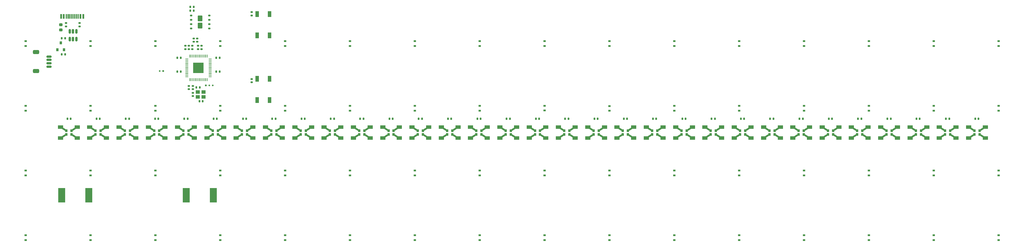
<source format=gbr>
%TF.GenerationSoftware,KiCad,Pcbnew,(6.0.0)*%
%TF.CreationDate,2022-05-21T11:05:54-04:00*%
%TF.ProjectId,HardLight,48617264-4c69-4676-9874-2e6b69636164,Mark 2 Rev F*%
%TF.SameCoordinates,Original*%
%TF.FileFunction,Paste,Bot*%
%TF.FilePolarity,Positive*%
%FSLAX46Y46*%
G04 Gerber Fmt 4.6, Leading zero omitted, Abs format (unit mm)*
G04 Created by KiCad (PCBNEW (6.0.0)) date 2022-05-21 11:05:54*
%MOMM*%
%LPD*%
G01*
G04 APERTURE LIST*
G04 Aperture macros list*
%AMRoundRect*
0 Rectangle with rounded corners*
0 $1 Rounding radius*
0 $2 $3 $4 $5 $6 $7 $8 $9 X,Y pos of 4 corners*
0 Add a 4 corners polygon primitive as box body*
4,1,4,$2,$3,$4,$5,$6,$7,$8,$9,$2,$3,0*
0 Add four circle primitives for the rounded corners*
1,1,$1+$1,$2,$3*
1,1,$1+$1,$4,$5*
1,1,$1+$1,$6,$7*
1,1,$1+$1,$8,$9*
0 Add four rect primitives between the rounded corners*
20,1,$1+$1,$2,$3,$4,$5,0*
20,1,$1+$1,$4,$5,$6,$7,0*
20,1,$1+$1,$6,$7,$8,$9,0*
20,1,$1+$1,$8,$9,$2,$3,0*%
%AMFreePoly0*
4,1,11,2.050000,0.700000,1.609078,0.700000,0.750000,0.169394,0.750000,-0.500000,-0.750000,-0.500000,-0.750000,0.500000,0.333781,0.500000,1.350000,1.127665,1.350000,1.400000,2.050000,1.400000,2.050000,0.700000,2.050000,0.700000,$1*%
%AMFreePoly1*
4,1,11,0.750000,-0.169394,1.609078,-0.700000,2.050000,-0.700000,2.050000,-1.400000,1.350000,-1.400000,1.350000,-1.127665,0.333781,-0.500000,-0.750000,-0.500000,-0.750000,0.500000,0.750000,0.500000,0.750000,-0.169394,0.750000,-0.169394,$1*%
%AMFreePoly2*
4,1,11,0.750000,-0.500000,-0.333780,-0.500000,-1.350000,-1.127665,-1.350000,-1.400000,-2.050000,-1.400000,-2.050000,-0.700000,-1.609076,-0.700000,-0.750000,-0.169394,-0.750000,0.500000,0.750000,0.500000,0.750000,-0.500000,0.750000,-0.500000,$1*%
%AMFreePoly3*
4,1,11,-1.350000,1.127665,-0.333780,0.500000,0.750000,0.500000,0.750000,-0.500000,-0.750000,-0.500000,-0.750000,0.169394,-1.609076,0.700000,-2.050000,0.700000,-2.050000,1.400000,-1.350000,1.400000,-1.350000,1.127665,-1.350000,1.127665,$1*%
G04 Aperture macros list end*
%ADD10RoundRect,0.147500X0.172500X-0.147500X0.172500X0.147500X-0.172500X0.147500X-0.172500X-0.147500X0*%
%ADD11RoundRect,0.147500X-0.172500X0.147500X-0.172500X-0.147500X0.172500X-0.147500X0.172500X0.147500X0*%
%ADD12RoundRect,0.147500X-0.147500X-0.172500X0.147500X-0.172500X0.147500X0.172500X-0.147500X0.172500X0*%
%ADD13RoundRect,0.250000X0.292217X0.292217X-0.292217X0.292217X-0.292217X-0.292217X0.292217X-0.292217X0*%
%ADD14RoundRect,0.050000X0.387500X0.050000X-0.387500X0.050000X-0.387500X-0.050000X0.387500X-0.050000X0*%
%ADD15RoundRect,0.050000X0.050000X0.387500X-0.050000X0.387500X-0.050000X-0.387500X0.050000X-0.387500X0*%
%ADD16R,3.050000X3.050000*%
%ADD17R,0.700000X0.600000*%
%ADD18RoundRect,0.218750X-0.256250X0.218750X-0.256250X-0.218750X0.256250X-0.218750X0.256250X0.218750X0*%
%ADD19R,0.800000X0.900000*%
%ADD20RoundRect,0.147500X0.147500X0.172500X-0.147500X0.172500X-0.147500X-0.172500X0.147500X-0.172500X0*%
%ADD21R,0.600000X1.450000*%
%ADD22R,0.300000X1.450000*%
%ADD23FreePoly0,180.000000*%
%ADD24FreePoly1,180.000000*%
%ADD25FreePoly2,180.000000*%
%ADD26FreePoly3,180.000000*%
%ADD27R,2.000000X4.200000*%
%ADD28RoundRect,0.150000X0.625000X-0.150000X0.625000X0.150000X-0.625000X0.150000X-0.625000X-0.150000X0*%
%ADD29RoundRect,0.250000X0.650000X-0.350000X0.650000X0.350000X-0.650000X0.350000X-0.650000X-0.350000X0*%
%ADD30RoundRect,0.250000X0.435000X0.615000X-0.435000X0.615000X-0.435000X-0.615000X0.435000X-0.615000X0*%
%ADD31RoundRect,0.125000X0.250000X0.125000X-0.250000X0.125000X-0.250000X-0.125000X0.250000X-0.125000X0*%
%ADD32R,1.100000X1.800000*%
%ADD33R,1.150000X1.000000*%
%ADD34RoundRect,0.150000X0.150000X-0.512500X0.150000X0.512500X-0.150000X0.512500X-0.150000X-0.512500X0*%
%ADD35RoundRect,0.125000X-0.125000X0.125000X-0.125000X-0.125000X0.125000X-0.125000X0.125000X0.125000X0*%
%ADD36C,0.500000*%
%ADD37RoundRect,0.125000X0.125000X-0.125000X0.125000X0.125000X-0.125000X0.125000X-0.125000X-0.125000X0*%
G04 APERTURE END LIST*
D10*
%TO.C,C1*%
X83693000Y-84940000D03*
X83693000Y-83970000D03*
%TD*%
D11*
%TO.C,C2*%
X84836000Y-95781000D03*
X84836000Y-96751000D03*
%TD*%
D12*
%TO.C,C3*%
X91717000Y-91567000D03*
X92687000Y-91567000D03*
%TD*%
%TO.C,C6*%
X91717000Y-87503000D03*
X92687000Y-87503000D03*
%TD*%
D10*
%TO.C,C8*%
X86360000Y-84940000D03*
X86360000Y-83970000D03*
%TD*%
D13*
%TO.C,U0*%
X87124500Y-91125000D03*
X85849500Y-89850000D03*
X87124500Y-89850000D03*
X85849500Y-91125000D03*
D14*
X89924500Y-87887500D03*
X89924500Y-88287500D03*
X89924500Y-88687500D03*
X89924500Y-89087500D03*
X89924500Y-89487500D03*
X89924500Y-89887500D03*
X89924500Y-90287500D03*
X89924500Y-90687500D03*
X89924500Y-91087500D03*
X89924500Y-91487500D03*
X89924500Y-91887500D03*
X89924500Y-92287500D03*
X89924500Y-92687500D03*
X89924500Y-93087500D03*
D15*
X89087000Y-93925000D03*
X88687000Y-93925000D03*
X88287000Y-93925000D03*
X87887000Y-93925000D03*
X87487000Y-93925000D03*
X87087000Y-93925000D03*
X86687000Y-93925000D03*
X86287000Y-93925000D03*
X85887000Y-93925000D03*
X85487000Y-93925000D03*
X85087000Y-93925000D03*
X84687000Y-93925000D03*
X84287000Y-93925000D03*
X83887000Y-93925000D03*
D14*
X83049500Y-93087500D03*
X83049500Y-92687500D03*
X83049500Y-92287500D03*
X83049500Y-91887500D03*
X83049500Y-91487500D03*
X83049500Y-91087500D03*
X83049500Y-90687500D03*
X83049500Y-90287500D03*
X83049500Y-89887500D03*
X83049500Y-89487500D03*
X83049500Y-89087500D03*
X83049500Y-88687500D03*
X83049500Y-88287500D03*
X83049500Y-87887500D03*
D15*
X83887000Y-87050000D03*
X84287000Y-87050000D03*
X84687000Y-87050000D03*
X85087000Y-87050000D03*
X85487000Y-87050000D03*
X85887000Y-87050000D03*
X86287000Y-87050000D03*
X86687000Y-87050000D03*
X87087000Y-87050000D03*
X87487000Y-87050000D03*
X87887000Y-87050000D03*
X88287000Y-87050000D03*
X88687000Y-87050000D03*
X89087000Y-87050000D03*
D16*
X86487000Y-90487500D03*
%TD*%
D10*
%TO.C,C7*%
X82677000Y-84940000D03*
X82677000Y-83970000D03*
%TD*%
D17*
%TO.C,D1*%
X35718750Y-84043750D03*
X35718750Y-82643750D03*
%TD*%
%TO.C,D2*%
X54768750Y-84043750D03*
X54768750Y-82643750D03*
%TD*%
%TO.C,D3*%
X73818750Y-84043750D03*
X73818750Y-82643750D03*
%TD*%
%TO.C,D4*%
X92868750Y-84043750D03*
X92868750Y-82643750D03*
%TD*%
%TO.C,D5*%
X111918750Y-84043750D03*
X111918750Y-82643750D03*
%TD*%
%TO.C,D6*%
X130968750Y-84043750D03*
X130968750Y-82643750D03*
%TD*%
%TO.C,D7*%
X150018750Y-84043750D03*
X150018750Y-82643750D03*
%TD*%
%TO.C,D8*%
X169068750Y-84043750D03*
X169068750Y-82643750D03*
%TD*%
%TO.C,D9*%
X188118750Y-84043750D03*
X188118750Y-82643750D03*
%TD*%
%TO.C,D10*%
X207168750Y-84043750D03*
X207168750Y-82643750D03*
%TD*%
%TO.C,D11*%
X226218750Y-84043750D03*
X226218750Y-82643750D03*
%TD*%
%TO.C,D12*%
X245268750Y-84043750D03*
X245268750Y-82643750D03*
%TD*%
%TO.C,D13*%
X264318750Y-84043750D03*
X264318750Y-82643750D03*
%TD*%
%TO.C,D14*%
X283368750Y-84043750D03*
X283368750Y-82643750D03*
%TD*%
%TO.C,D15*%
X302418750Y-84043750D03*
X302418750Y-82643750D03*
%TD*%
%TO.C,D16*%
X321468750Y-84043750D03*
X321468750Y-82643750D03*
%TD*%
%TO.C,D17*%
X35718750Y-103093750D03*
X35718750Y-101693750D03*
%TD*%
%TO.C,D18*%
X54768750Y-103093750D03*
X54768750Y-101693750D03*
%TD*%
%TO.C,D19*%
X73818750Y-103093750D03*
X73818750Y-101693750D03*
%TD*%
%TO.C,D20*%
X92868750Y-103093750D03*
X92868750Y-101693750D03*
%TD*%
%TO.C,D21*%
X111918750Y-103093750D03*
X111918750Y-101693750D03*
%TD*%
%TO.C,D22*%
X130968750Y-103093750D03*
X130968750Y-101693750D03*
%TD*%
%TO.C,D23*%
X150018750Y-103093750D03*
X150018750Y-101693750D03*
%TD*%
%TO.C,D24*%
X169068750Y-103093750D03*
X169068750Y-101693750D03*
%TD*%
%TO.C,D25*%
X188118750Y-103031250D03*
X188118750Y-101631250D03*
%TD*%
%TO.C,D26*%
X207168750Y-103106250D03*
X207168750Y-101706250D03*
%TD*%
%TO.C,D27*%
X226218750Y-103093750D03*
X226218750Y-101693750D03*
%TD*%
%TO.C,D28*%
X245268750Y-103093750D03*
X245268750Y-101693750D03*
%TD*%
%TO.C,D29*%
X264318750Y-103093750D03*
X264318750Y-101693750D03*
%TD*%
%TO.C,D30*%
X283368750Y-103093750D03*
X283368750Y-101693750D03*
%TD*%
%TO.C,D31*%
X302418750Y-103093750D03*
X302418750Y-101693750D03*
%TD*%
%TO.C,D32*%
X321468750Y-103093750D03*
X321468750Y-101693750D03*
%TD*%
%TO.C,D33*%
X35718750Y-122143750D03*
X35718750Y-120743750D03*
%TD*%
%TO.C,D34*%
X54768750Y-122143750D03*
X54768750Y-120743750D03*
%TD*%
%TO.C,D35*%
X73818750Y-122143750D03*
X73818750Y-120743750D03*
%TD*%
%TO.C,D36*%
X92868750Y-122143750D03*
X92868750Y-120743750D03*
%TD*%
%TO.C,D37*%
X111918750Y-122143750D03*
X111918750Y-120743750D03*
%TD*%
%TO.C,D38*%
X130968750Y-122143750D03*
X130968750Y-120743750D03*
%TD*%
%TO.C,D39*%
X150018750Y-122143750D03*
X150018750Y-120743750D03*
%TD*%
%TO.C,D40*%
X169068750Y-122143750D03*
X169068750Y-120743750D03*
%TD*%
%TO.C,D41*%
X188118750Y-122143750D03*
X188118750Y-120743750D03*
%TD*%
%TO.C,D42*%
X207168750Y-122143750D03*
X207168750Y-120743750D03*
%TD*%
%TO.C,D43*%
X226218750Y-122143750D03*
X226218750Y-120743750D03*
%TD*%
%TO.C,D44*%
X245268750Y-122143750D03*
X245268750Y-120743750D03*
%TD*%
%TO.C,D45*%
X264318750Y-122143750D03*
X264318750Y-120743750D03*
%TD*%
%TO.C,D46*%
X283368750Y-122143750D03*
X283368750Y-120743750D03*
%TD*%
%TO.C,D47*%
X302418750Y-122143750D03*
X302418750Y-120743750D03*
%TD*%
%TO.C,D48*%
X321468750Y-122143750D03*
X321468750Y-120743750D03*
%TD*%
%TO.C,D49*%
X35718750Y-141193750D03*
X35718750Y-139793750D03*
%TD*%
%TO.C,D50*%
X54768750Y-141193750D03*
X54768750Y-139793750D03*
%TD*%
%TO.C,D51*%
X73818750Y-141193750D03*
X73818750Y-139793750D03*
%TD*%
%TO.C,D52*%
X92868750Y-141193750D03*
X92868750Y-139793750D03*
%TD*%
%TO.C,D53*%
X111918750Y-141193750D03*
X111918750Y-139793750D03*
%TD*%
%TO.C,D54*%
X130968750Y-141193750D03*
X130968750Y-139793750D03*
%TD*%
%TO.C,D55*%
X150018750Y-141193750D03*
X150018750Y-139793750D03*
%TD*%
%TO.C,D56*%
X169068750Y-141193750D03*
X169068750Y-139793750D03*
%TD*%
%TO.C,D57*%
X188118750Y-141193750D03*
X188118750Y-139793750D03*
%TD*%
%TO.C,D58*%
X207168750Y-141193750D03*
X207168750Y-139793750D03*
%TD*%
%TO.C,D59*%
X226218750Y-141193750D03*
X226218750Y-139793750D03*
%TD*%
%TO.C,D60*%
X245268750Y-141193750D03*
X245268750Y-139793750D03*
%TD*%
%TO.C,D61*%
X264318750Y-141193750D03*
X264318750Y-139793750D03*
%TD*%
%TO.C,D62*%
X283368750Y-141193750D03*
X283368750Y-139793750D03*
%TD*%
%TO.C,D63*%
X302418750Y-141193750D03*
X302418750Y-139793750D03*
%TD*%
%TO.C,D64*%
X321468750Y-141193750D03*
X321468750Y-139793750D03*
%TD*%
D10*
%TO.C,RC2*%
X51593750Y-78272500D03*
X51593750Y-77302500D03*
%TD*%
D11*
%TO.C,RC1*%
X47625000Y-77302500D03*
X47625000Y-78272500D03*
%TD*%
%TO.C,RD1*%
X86106000Y-81811000D03*
X86106000Y-82781000D03*
%TD*%
D18*
%TO.C,F0*%
X46069250Y-77762000D03*
X46069250Y-79337000D03*
%TD*%
D19*
%TO.C,U1*%
X46984600Y-85132200D03*
X45084600Y-85132200D03*
X46034600Y-83132200D03*
%TD*%
D20*
%TO.C,LC1*%
X48992475Y-105480000D03*
X48022475Y-105480000D03*
%TD*%
%TO.C,C4*%
X81257000Y-91567000D03*
X80287000Y-91567000D03*
%TD*%
D21*
%TO.C,J0*%
X46153000Y-75292000D03*
X46953000Y-75292000D03*
D22*
X48153000Y-75292000D03*
X49153000Y-75292000D03*
X49653000Y-75292000D03*
X50653000Y-75292000D03*
D21*
X51853000Y-75292000D03*
X52653000Y-75292000D03*
X52653000Y-75292000D03*
X51853000Y-75292000D03*
D22*
X51153000Y-75292000D03*
X50153000Y-75292000D03*
X48653000Y-75292000D03*
X47653000Y-75292000D03*
D21*
X46953000Y-75292000D03*
X46153000Y-75292000D03*
%TD*%
D20*
%TO.C,LC3*%
X66104700Y-105480000D03*
X65134700Y-105480000D03*
%TD*%
%TO.C,LC10*%
X126327275Y-105480000D03*
X125357275Y-105480000D03*
%TD*%
%TO.C,LC12*%
X143533725Y-105480000D03*
X142563725Y-105480000D03*
%TD*%
%TO.C,LC6*%
X91914375Y-105480000D03*
X90944375Y-105480000D03*
%TD*%
%TO.C,LC8*%
X109120825Y-105480000D03*
X108150825Y-105480000D03*
%TD*%
%TO.C,LC9*%
X117724050Y-105480000D03*
X116754050Y-105480000D03*
%TD*%
%TO.C,LC7*%
X100517600Y-105480000D03*
X99547600Y-105480000D03*
%TD*%
%TO.C,LC5*%
X83311150Y-105480000D03*
X82341150Y-105480000D03*
%TD*%
%TO.C,LC11*%
X134930500Y-105480000D03*
X133960500Y-105480000D03*
%TD*%
%TO.C,LC13*%
X152136950Y-105480000D03*
X151166950Y-105480000D03*
%TD*%
%TO.C,LC4*%
X74707925Y-105480000D03*
X73737925Y-105480000D03*
%TD*%
%TO.C,LC14*%
X160740175Y-105480000D03*
X159770175Y-105480000D03*
%TD*%
%TO.C,LC15*%
X169343400Y-105480000D03*
X168373400Y-105480000D03*
%TD*%
%TO.C,LC16*%
X177946625Y-105480000D03*
X176976625Y-105480000D03*
%TD*%
%TO.C,LC17*%
X186549850Y-105480000D03*
X185579850Y-105480000D03*
%TD*%
%TO.C,LC18*%
X195153075Y-105480000D03*
X194183075Y-105480000D03*
%TD*%
%TO.C,LC19*%
X203756300Y-105480000D03*
X202786300Y-105480000D03*
%TD*%
%TO.C,LC20*%
X212359525Y-105480000D03*
X211389525Y-105480000D03*
%TD*%
%TO.C,LC21*%
X220950475Y-105480000D03*
X219980475Y-105480000D03*
%TD*%
%TO.C,LC22*%
X229565975Y-105480000D03*
X228595975Y-105480000D03*
%TD*%
%TO.C,LC23*%
X238169200Y-105480000D03*
X237199200Y-105480000D03*
%TD*%
%TO.C,LC24*%
X246772425Y-105480000D03*
X245802425Y-105480000D03*
%TD*%
%TO.C,LC25*%
X255341275Y-105480000D03*
X254371275Y-105480000D03*
%TD*%
%TO.C,LC26*%
X263978875Y-105480000D03*
X263008875Y-105480000D03*
%TD*%
%TO.C,LC27*%
X272582100Y-105480000D03*
X271612100Y-105480000D03*
%TD*%
%TO.C,LC28*%
X281185325Y-105480000D03*
X280215325Y-105480000D03*
%TD*%
%TO.C,LC29*%
X289788550Y-105480000D03*
X288818550Y-105480000D03*
%TD*%
%TO.C,LC30*%
X298319900Y-105480000D03*
X297349900Y-105480000D03*
%TD*%
%TO.C,LC31*%
X306995000Y-105480000D03*
X306025000Y-105480000D03*
%TD*%
%TO.C,LC32*%
X315598225Y-105480000D03*
X314628225Y-105480000D03*
%TD*%
D23*
%TO.C,LD16*%
X179917125Y-107937500D03*
D24*
X179917125Y-111137500D03*
D25*
X175017125Y-111137500D03*
D26*
X175017125Y-107937500D03*
%TD*%
D23*
%TO.C,LD17*%
X188520350Y-107937500D03*
D24*
X188520350Y-111137500D03*
D25*
X183620350Y-111137500D03*
D26*
X183620350Y-107937500D03*
%TD*%
D23*
%TO.C,LD18*%
X197123575Y-107937500D03*
D24*
X197123575Y-111137500D03*
D25*
X192223575Y-111137500D03*
D26*
X192223575Y-107937500D03*
%TD*%
D23*
%TO.C,LD19*%
X205726800Y-107937500D03*
D24*
X205726800Y-111137500D03*
D25*
X200826800Y-111137500D03*
D26*
X200826800Y-107937500D03*
%TD*%
D23*
%TO.C,LD20*%
X214330025Y-107937500D03*
D24*
X214330025Y-111137500D03*
D25*
X209430025Y-111137500D03*
D26*
X209430025Y-107937500D03*
%TD*%
D23*
%TO.C,LD21*%
X222933250Y-107937500D03*
D24*
X222933250Y-111137500D03*
D25*
X218033250Y-111137500D03*
D26*
X218033250Y-107937500D03*
%TD*%
D23*
%TO.C,LD22*%
X231536475Y-107937500D03*
D24*
X231536475Y-111137500D03*
D25*
X226636475Y-111137500D03*
D26*
X226636475Y-107937500D03*
%TD*%
D23*
%TO.C,LD23*%
X240139700Y-107937500D03*
D24*
X240139700Y-111137500D03*
D25*
X235239700Y-111137500D03*
D26*
X235239700Y-107937500D03*
%TD*%
D23*
%TO.C,LD24*%
X248742925Y-107937500D03*
D24*
X248742925Y-111137500D03*
D25*
X243842925Y-111137500D03*
D26*
X243842925Y-107937500D03*
%TD*%
D23*
%TO.C,LD25*%
X257380525Y-107937500D03*
D24*
X257380525Y-111137500D03*
D25*
X252480525Y-111137500D03*
D26*
X252480525Y-107937500D03*
%TD*%
D23*
%TO.C,LD26*%
X265949375Y-107937500D03*
D24*
X265949375Y-111137500D03*
D25*
X261049375Y-111137500D03*
D26*
X261049375Y-107937500D03*
%TD*%
D23*
%TO.C,LD27*%
X274552600Y-107937500D03*
D24*
X274552600Y-111137500D03*
D25*
X269652600Y-111137500D03*
D26*
X269652600Y-107937500D03*
%TD*%
D23*
%TO.C,LD28*%
X283155825Y-107937500D03*
D24*
X283155825Y-111137500D03*
D25*
X278255825Y-111137500D03*
D26*
X278255825Y-107937500D03*
%TD*%
D23*
%TO.C,LD29*%
X291759050Y-107937500D03*
D24*
X291759050Y-111137500D03*
D25*
X286859050Y-111137500D03*
D26*
X286859050Y-107937500D03*
%TD*%
D23*
%TO.C,LD30*%
X300434150Y-107937500D03*
D24*
X300434150Y-111137500D03*
D25*
X295534150Y-111137500D03*
D26*
X295534150Y-107937500D03*
%TD*%
D23*
%TO.C,LD32*%
X317568725Y-107937500D03*
D24*
X317568725Y-111137500D03*
D25*
X312668725Y-111137500D03*
D26*
X312668725Y-107937500D03*
%TD*%
D23*
%TO.C,LD31*%
X308965500Y-107937500D03*
D24*
X308965500Y-111137500D03*
D25*
X304065500Y-111137500D03*
D26*
X304065500Y-107937500D03*
%TD*%
D23*
%TO.C,LD15*%
X171313900Y-107937500D03*
D24*
X171313900Y-111137500D03*
D25*
X166413900Y-111137500D03*
D26*
X166413900Y-107937500D03*
%TD*%
D23*
%TO.C,LD14*%
X162710675Y-107937500D03*
D24*
X162710675Y-111137500D03*
D25*
X157810675Y-111137500D03*
D26*
X157810675Y-107937500D03*
%TD*%
D23*
%TO.C,LD12*%
X145504225Y-107937500D03*
D24*
X145504225Y-111137500D03*
D25*
X140604225Y-111137500D03*
D26*
X140604225Y-107937500D03*
%TD*%
D23*
%TO.C,LD10*%
X128297775Y-107937500D03*
D24*
X128297775Y-111137500D03*
D25*
X123397775Y-111137500D03*
D26*
X123397775Y-107937500D03*
%TD*%
D23*
%TO.C,LD13*%
X154107450Y-107937500D03*
D24*
X154107450Y-111137500D03*
D25*
X149207450Y-111137500D03*
D26*
X149207450Y-107937500D03*
%TD*%
D23*
%TO.C,LD5*%
X85281650Y-107937500D03*
D24*
X85281650Y-111137500D03*
D25*
X80381650Y-111137500D03*
D26*
X80381650Y-107937500D03*
%TD*%
D23*
%TO.C,LD11*%
X136901000Y-107937500D03*
D24*
X136901000Y-111137500D03*
D25*
X132001000Y-111137500D03*
D26*
X132001000Y-107937500D03*
%TD*%
D23*
%TO.C,LD6*%
X93884875Y-107937500D03*
D24*
X93884875Y-111137500D03*
D25*
X88984875Y-111137500D03*
D26*
X88984875Y-107937500D03*
%TD*%
D23*
%TO.C,LD7*%
X102488100Y-107937500D03*
D24*
X102488100Y-111137500D03*
D25*
X97588100Y-111137500D03*
D26*
X97588100Y-107937500D03*
%TD*%
D23*
%TO.C,LD8*%
X111091325Y-107937500D03*
D24*
X111091325Y-111137500D03*
D25*
X106191325Y-111137500D03*
D26*
X106191325Y-107937500D03*
%TD*%
D23*
%TO.C,LD9*%
X119694550Y-107937500D03*
D24*
X119694550Y-111137500D03*
D25*
X114794550Y-111137500D03*
D26*
X114794550Y-107937500D03*
%TD*%
D23*
%TO.C,LD2*%
X59471975Y-107937500D03*
D24*
X59471975Y-111137500D03*
D25*
X54571975Y-111137500D03*
D26*
X54571975Y-107937500D03*
%TD*%
D23*
%TO.C,LD1*%
X50868750Y-107937500D03*
D24*
X50868750Y-111137500D03*
D25*
X45968750Y-111137500D03*
D26*
X45968750Y-107937500D03*
%TD*%
D23*
%TO.C,LD3*%
X68075200Y-107937500D03*
D24*
X68075200Y-111137500D03*
D25*
X63175200Y-111137500D03*
D26*
X63175200Y-107937500D03*
%TD*%
D23*
%TO.C,LD4*%
X76678425Y-107937500D03*
D24*
X76678425Y-111137500D03*
D25*
X71778425Y-111137500D03*
D26*
X71778425Y-107937500D03*
%TD*%
D20*
%TO.C,LC2*%
X57501475Y-105480000D03*
X56531475Y-105480000D03*
%TD*%
%TO.C,C5*%
X81257000Y-87503000D03*
X80287000Y-87503000D03*
%TD*%
D27*
%TO.C,TX0*%
X82868000Y-128016000D03*
X90868000Y-128016000D03*
%TD*%
%TO.C,TX1*%
X54292000Y-128016000D03*
X46292000Y-128016000D03*
%TD*%
D12*
%TO.C,CF1*%
X84097000Y-73600000D03*
X85067000Y-73600000D03*
%TD*%
D28*
%TO.C,J1*%
X42640000Y-90146000D03*
X42640000Y-89146000D03*
X42640000Y-88146000D03*
X42640000Y-87146000D03*
D29*
X38765000Y-91446000D03*
X38765000Y-85846000D03*
%TD*%
D11*
%TO.C,C10*%
X83693000Y-95781000D03*
X83693000Y-96751000D03*
%TD*%
D10*
%TO.C,C11*%
X84709000Y-84940000D03*
X84709000Y-83970000D03*
%TD*%
D30*
%TO.C,U3*%
X87000000Y-78063900D03*
X87000000Y-75913900D03*
D31*
X89700000Y-75083900D03*
X89700000Y-76353900D03*
X89700000Y-77623900D03*
X89700000Y-78893900D03*
X84300000Y-78893900D03*
X84300000Y-77623900D03*
X84300000Y-76353900D03*
X84300000Y-75083900D03*
%TD*%
D32*
%TO.C,S2*%
X107412100Y-80882600D03*
X107412100Y-74682600D03*
X103712100Y-74682600D03*
X103712100Y-80882600D03*
%TD*%
D33*
%TO.C,Y0*%
X87997000Y-98998000D03*
X86247000Y-98998000D03*
X86247000Y-97598000D03*
X87997000Y-97598000D03*
%TD*%
D10*
%TO.C,RR1*%
X102108000Y-94719000D03*
X102108000Y-93749000D03*
%TD*%
D34*
%TO.C,U2*%
X50607000Y-82036500D03*
X49657000Y-82036500D03*
X48707000Y-82036500D03*
X48707000Y-79761500D03*
X49657000Y-79761500D03*
X50607000Y-79761500D03*
%TD*%
D12*
%TO.C,RF2*%
X84097000Y-72517000D03*
X85067000Y-72517000D03*
%TD*%
D11*
%TO.C,RD0*%
X85090000Y-81811000D03*
X85090000Y-82781000D03*
%TD*%
%TO.C,RF1*%
X102108000Y-74064000D03*
X102108000Y-75034000D03*
%TD*%
D12*
%TO.C,CX2*%
X86764000Y-100330000D03*
X87734000Y-100330000D03*
%TD*%
D35*
%TO.C,J3*%
X88662000Y-95631000D03*
D36*
X89662000Y-95631000D03*
X90661290Y-95631000D03*
%TD*%
D32*
%TO.C,S1*%
X107412100Y-99931400D03*
X107412100Y-93731400D03*
X103712100Y-99931400D03*
X103712100Y-93731400D03*
%TD*%
D10*
%TO.C,C9*%
X87376000Y-84940000D03*
X87376000Y-83970000D03*
%TD*%
D37*
%TO.C,J2*%
X76149200Y-91389200D03*
D36*
X75149200Y-91389200D03*
%TD*%
D20*
%TO.C,CP0*%
X47310350Y-81758500D03*
X46340350Y-81758500D03*
%TD*%
D12*
%TO.C,CP1*%
X46340350Y-86520700D03*
X47310350Y-86520700D03*
%TD*%
D11*
%TO.C,CX1*%
X84836000Y-97813000D03*
X84836000Y-98783000D03*
%TD*%
D20*
%TO.C,RX1*%
X86845000Y-96266000D03*
X85875000Y-96266000D03*
%TD*%
M02*

</source>
